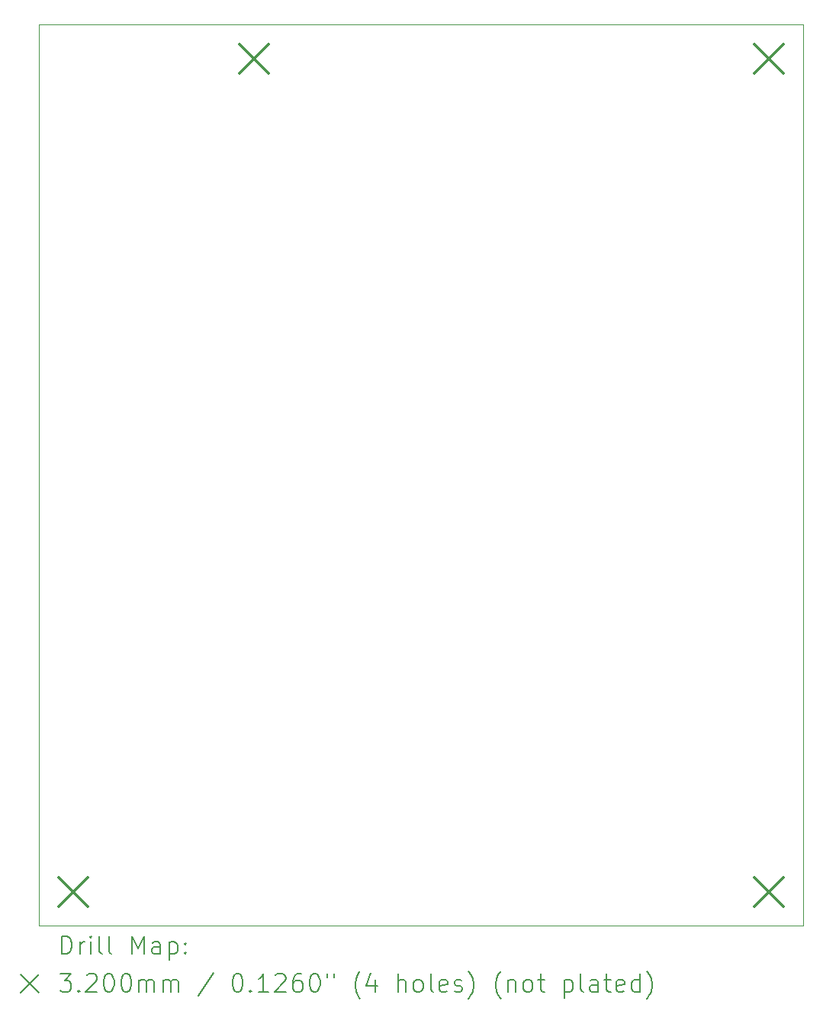
<source format=gbr>
%TF.GenerationSoftware,KiCad,Pcbnew,6.0.11+dfsg-1*%
%TF.CreationDate,2025-03-20T10:50:33-04:00*%
%TF.ProjectId,battery-board,62617474-6572-4792-9d62-6f6172642e6b,rev?*%
%TF.SameCoordinates,Original*%
%TF.FileFunction,Drillmap*%
%TF.FilePolarity,Positive*%
%FSLAX45Y45*%
G04 Gerber Fmt 4.5, Leading zero omitted, Abs format (unit mm)*
G04 Created by KiCad (PCBNEW 6.0.11+dfsg-1) date 2025-03-20 10:50:33*
%MOMM*%
%LPD*%
G01*
G04 APERTURE LIST*
%ADD10C,0.100000*%
%ADD11C,0.200000*%
%ADD12C,0.320000*%
G04 APERTURE END LIST*
D10*
X4090400Y-5130800D02*
X12573000Y-5130800D01*
X12573000Y-5130800D02*
X12573000Y-15130800D01*
X12573000Y-15130800D02*
X4090400Y-15130800D01*
X4090400Y-15130800D02*
X4090400Y-5130800D01*
D11*
D12*
X4310400Y-14597400D02*
X4630400Y-14917400D01*
X4630400Y-14597400D02*
X4310400Y-14917400D01*
X6317000Y-5351800D02*
X6637000Y-5671800D01*
X6637000Y-5351800D02*
X6317000Y-5671800D01*
X12032000Y-5351800D02*
X12352000Y-5671800D01*
X12352000Y-5351800D02*
X12032000Y-5671800D01*
X12032000Y-14597400D02*
X12352000Y-14917400D01*
X12352000Y-14597400D02*
X12032000Y-14917400D01*
D11*
X4343019Y-15446276D02*
X4343019Y-15246276D01*
X4390638Y-15246276D01*
X4419210Y-15255800D01*
X4438257Y-15274848D01*
X4447781Y-15293895D01*
X4457305Y-15331990D01*
X4457305Y-15360562D01*
X4447781Y-15398657D01*
X4438257Y-15417705D01*
X4419210Y-15436752D01*
X4390638Y-15446276D01*
X4343019Y-15446276D01*
X4543019Y-15446276D02*
X4543019Y-15312943D01*
X4543019Y-15351038D02*
X4552543Y-15331990D01*
X4562067Y-15322467D01*
X4581114Y-15312943D01*
X4600162Y-15312943D01*
X4666829Y-15446276D02*
X4666829Y-15312943D01*
X4666829Y-15246276D02*
X4657305Y-15255800D01*
X4666829Y-15265324D01*
X4676352Y-15255800D01*
X4666829Y-15246276D01*
X4666829Y-15265324D01*
X4790638Y-15446276D02*
X4771590Y-15436752D01*
X4762067Y-15417705D01*
X4762067Y-15246276D01*
X4895400Y-15446276D02*
X4876352Y-15436752D01*
X4866829Y-15417705D01*
X4866829Y-15246276D01*
X5123971Y-15446276D02*
X5123971Y-15246276D01*
X5190638Y-15389133D01*
X5257305Y-15246276D01*
X5257305Y-15446276D01*
X5438257Y-15446276D02*
X5438257Y-15341514D01*
X5428733Y-15322467D01*
X5409686Y-15312943D01*
X5371590Y-15312943D01*
X5352543Y-15322467D01*
X5438257Y-15436752D02*
X5419210Y-15446276D01*
X5371590Y-15446276D01*
X5352543Y-15436752D01*
X5343019Y-15417705D01*
X5343019Y-15398657D01*
X5352543Y-15379609D01*
X5371590Y-15370086D01*
X5419210Y-15370086D01*
X5438257Y-15360562D01*
X5533495Y-15312943D02*
X5533495Y-15512943D01*
X5533495Y-15322467D02*
X5552543Y-15312943D01*
X5590638Y-15312943D01*
X5609686Y-15322467D01*
X5619209Y-15331990D01*
X5628733Y-15351038D01*
X5628733Y-15408181D01*
X5619209Y-15427228D01*
X5609686Y-15436752D01*
X5590638Y-15446276D01*
X5552543Y-15446276D01*
X5533495Y-15436752D01*
X5714448Y-15427228D02*
X5723971Y-15436752D01*
X5714448Y-15446276D01*
X5704924Y-15436752D01*
X5714448Y-15427228D01*
X5714448Y-15446276D01*
X5714448Y-15322467D02*
X5723971Y-15331990D01*
X5714448Y-15341514D01*
X5704924Y-15331990D01*
X5714448Y-15322467D01*
X5714448Y-15341514D01*
X3885400Y-15675800D02*
X4085400Y-15875800D01*
X4085400Y-15675800D02*
X3885400Y-15875800D01*
X4323971Y-15666276D02*
X4447781Y-15666276D01*
X4381114Y-15742467D01*
X4409686Y-15742467D01*
X4428733Y-15751990D01*
X4438257Y-15761514D01*
X4447781Y-15780562D01*
X4447781Y-15828181D01*
X4438257Y-15847228D01*
X4428733Y-15856752D01*
X4409686Y-15866276D01*
X4352543Y-15866276D01*
X4333495Y-15856752D01*
X4323971Y-15847228D01*
X4533495Y-15847228D02*
X4543019Y-15856752D01*
X4533495Y-15866276D01*
X4523971Y-15856752D01*
X4533495Y-15847228D01*
X4533495Y-15866276D01*
X4619210Y-15685324D02*
X4628733Y-15675800D01*
X4647781Y-15666276D01*
X4695400Y-15666276D01*
X4714448Y-15675800D01*
X4723971Y-15685324D01*
X4733495Y-15704371D01*
X4733495Y-15723419D01*
X4723971Y-15751990D01*
X4609686Y-15866276D01*
X4733495Y-15866276D01*
X4857305Y-15666276D02*
X4876352Y-15666276D01*
X4895400Y-15675800D01*
X4904924Y-15685324D01*
X4914448Y-15704371D01*
X4923971Y-15742467D01*
X4923971Y-15790086D01*
X4914448Y-15828181D01*
X4904924Y-15847228D01*
X4895400Y-15856752D01*
X4876352Y-15866276D01*
X4857305Y-15866276D01*
X4838257Y-15856752D01*
X4828733Y-15847228D01*
X4819210Y-15828181D01*
X4809686Y-15790086D01*
X4809686Y-15742467D01*
X4819210Y-15704371D01*
X4828733Y-15685324D01*
X4838257Y-15675800D01*
X4857305Y-15666276D01*
X5047781Y-15666276D02*
X5066829Y-15666276D01*
X5085876Y-15675800D01*
X5095400Y-15685324D01*
X5104924Y-15704371D01*
X5114448Y-15742467D01*
X5114448Y-15790086D01*
X5104924Y-15828181D01*
X5095400Y-15847228D01*
X5085876Y-15856752D01*
X5066829Y-15866276D01*
X5047781Y-15866276D01*
X5028733Y-15856752D01*
X5019210Y-15847228D01*
X5009686Y-15828181D01*
X5000162Y-15790086D01*
X5000162Y-15742467D01*
X5009686Y-15704371D01*
X5019210Y-15685324D01*
X5028733Y-15675800D01*
X5047781Y-15666276D01*
X5200162Y-15866276D02*
X5200162Y-15732943D01*
X5200162Y-15751990D02*
X5209686Y-15742467D01*
X5228733Y-15732943D01*
X5257305Y-15732943D01*
X5276352Y-15742467D01*
X5285876Y-15761514D01*
X5285876Y-15866276D01*
X5285876Y-15761514D02*
X5295400Y-15742467D01*
X5314448Y-15732943D01*
X5343019Y-15732943D01*
X5362067Y-15742467D01*
X5371590Y-15761514D01*
X5371590Y-15866276D01*
X5466829Y-15866276D02*
X5466829Y-15732943D01*
X5466829Y-15751990D02*
X5476352Y-15742467D01*
X5495400Y-15732943D01*
X5523971Y-15732943D01*
X5543019Y-15742467D01*
X5552543Y-15761514D01*
X5552543Y-15866276D01*
X5552543Y-15761514D02*
X5562067Y-15742467D01*
X5581114Y-15732943D01*
X5609686Y-15732943D01*
X5628733Y-15742467D01*
X5638257Y-15761514D01*
X5638257Y-15866276D01*
X6028733Y-15656752D02*
X5857305Y-15913895D01*
X6285876Y-15666276D02*
X6304924Y-15666276D01*
X6323971Y-15675800D01*
X6333495Y-15685324D01*
X6343019Y-15704371D01*
X6352543Y-15742467D01*
X6352543Y-15790086D01*
X6343019Y-15828181D01*
X6333495Y-15847228D01*
X6323971Y-15856752D01*
X6304924Y-15866276D01*
X6285876Y-15866276D01*
X6266828Y-15856752D01*
X6257305Y-15847228D01*
X6247781Y-15828181D01*
X6238257Y-15790086D01*
X6238257Y-15742467D01*
X6247781Y-15704371D01*
X6257305Y-15685324D01*
X6266828Y-15675800D01*
X6285876Y-15666276D01*
X6438257Y-15847228D02*
X6447781Y-15856752D01*
X6438257Y-15866276D01*
X6428733Y-15856752D01*
X6438257Y-15847228D01*
X6438257Y-15866276D01*
X6638257Y-15866276D02*
X6523971Y-15866276D01*
X6581114Y-15866276D02*
X6581114Y-15666276D01*
X6562067Y-15694848D01*
X6543019Y-15713895D01*
X6523971Y-15723419D01*
X6714448Y-15685324D02*
X6723971Y-15675800D01*
X6743019Y-15666276D01*
X6790638Y-15666276D01*
X6809686Y-15675800D01*
X6819209Y-15685324D01*
X6828733Y-15704371D01*
X6828733Y-15723419D01*
X6819209Y-15751990D01*
X6704924Y-15866276D01*
X6828733Y-15866276D01*
X7000162Y-15666276D02*
X6962067Y-15666276D01*
X6943019Y-15675800D01*
X6933495Y-15685324D01*
X6914448Y-15713895D01*
X6904924Y-15751990D01*
X6904924Y-15828181D01*
X6914448Y-15847228D01*
X6923971Y-15856752D01*
X6943019Y-15866276D01*
X6981114Y-15866276D01*
X7000162Y-15856752D01*
X7009686Y-15847228D01*
X7019209Y-15828181D01*
X7019209Y-15780562D01*
X7009686Y-15761514D01*
X7000162Y-15751990D01*
X6981114Y-15742467D01*
X6943019Y-15742467D01*
X6923971Y-15751990D01*
X6914448Y-15761514D01*
X6904924Y-15780562D01*
X7143019Y-15666276D02*
X7162067Y-15666276D01*
X7181114Y-15675800D01*
X7190638Y-15685324D01*
X7200162Y-15704371D01*
X7209686Y-15742467D01*
X7209686Y-15790086D01*
X7200162Y-15828181D01*
X7190638Y-15847228D01*
X7181114Y-15856752D01*
X7162067Y-15866276D01*
X7143019Y-15866276D01*
X7123971Y-15856752D01*
X7114448Y-15847228D01*
X7104924Y-15828181D01*
X7095400Y-15790086D01*
X7095400Y-15742467D01*
X7104924Y-15704371D01*
X7114448Y-15685324D01*
X7123971Y-15675800D01*
X7143019Y-15666276D01*
X7285876Y-15666276D02*
X7285876Y-15704371D01*
X7362067Y-15666276D02*
X7362067Y-15704371D01*
X7657305Y-15942467D02*
X7647781Y-15932943D01*
X7628733Y-15904371D01*
X7619209Y-15885324D01*
X7609686Y-15856752D01*
X7600162Y-15809133D01*
X7600162Y-15771038D01*
X7609686Y-15723419D01*
X7619209Y-15694848D01*
X7628733Y-15675800D01*
X7647781Y-15647228D01*
X7657305Y-15637705D01*
X7819209Y-15732943D02*
X7819209Y-15866276D01*
X7771590Y-15656752D02*
X7723971Y-15799609D01*
X7847781Y-15799609D01*
X8076352Y-15866276D02*
X8076352Y-15666276D01*
X8162067Y-15866276D02*
X8162067Y-15761514D01*
X8152543Y-15742467D01*
X8133495Y-15732943D01*
X8104924Y-15732943D01*
X8085876Y-15742467D01*
X8076352Y-15751990D01*
X8285876Y-15866276D02*
X8266828Y-15856752D01*
X8257305Y-15847228D01*
X8247781Y-15828181D01*
X8247781Y-15771038D01*
X8257305Y-15751990D01*
X8266828Y-15742467D01*
X8285876Y-15732943D01*
X8314448Y-15732943D01*
X8333495Y-15742467D01*
X8343019Y-15751990D01*
X8352543Y-15771038D01*
X8352543Y-15828181D01*
X8343019Y-15847228D01*
X8333495Y-15856752D01*
X8314448Y-15866276D01*
X8285876Y-15866276D01*
X8466829Y-15866276D02*
X8447781Y-15856752D01*
X8438257Y-15837705D01*
X8438257Y-15666276D01*
X8619210Y-15856752D02*
X8600162Y-15866276D01*
X8562067Y-15866276D01*
X8543019Y-15856752D01*
X8533495Y-15837705D01*
X8533495Y-15761514D01*
X8543019Y-15742467D01*
X8562067Y-15732943D01*
X8600162Y-15732943D01*
X8619210Y-15742467D01*
X8628733Y-15761514D01*
X8628733Y-15780562D01*
X8533495Y-15799609D01*
X8704924Y-15856752D02*
X8723971Y-15866276D01*
X8762067Y-15866276D01*
X8781114Y-15856752D01*
X8790638Y-15837705D01*
X8790638Y-15828181D01*
X8781114Y-15809133D01*
X8762067Y-15799609D01*
X8733495Y-15799609D01*
X8714448Y-15790086D01*
X8704924Y-15771038D01*
X8704924Y-15761514D01*
X8714448Y-15742467D01*
X8733495Y-15732943D01*
X8762067Y-15732943D01*
X8781114Y-15742467D01*
X8857305Y-15942467D02*
X8866829Y-15932943D01*
X8885876Y-15904371D01*
X8895400Y-15885324D01*
X8904924Y-15856752D01*
X8914448Y-15809133D01*
X8914448Y-15771038D01*
X8904924Y-15723419D01*
X8895400Y-15694848D01*
X8885876Y-15675800D01*
X8866829Y-15647228D01*
X8857305Y-15637705D01*
X9219210Y-15942467D02*
X9209686Y-15932943D01*
X9190638Y-15904371D01*
X9181114Y-15885324D01*
X9171590Y-15856752D01*
X9162067Y-15809133D01*
X9162067Y-15771038D01*
X9171590Y-15723419D01*
X9181114Y-15694848D01*
X9190638Y-15675800D01*
X9209686Y-15647228D01*
X9219210Y-15637705D01*
X9295400Y-15732943D02*
X9295400Y-15866276D01*
X9295400Y-15751990D02*
X9304924Y-15742467D01*
X9323971Y-15732943D01*
X9352543Y-15732943D01*
X9371590Y-15742467D01*
X9381114Y-15761514D01*
X9381114Y-15866276D01*
X9504924Y-15866276D02*
X9485876Y-15856752D01*
X9476352Y-15847228D01*
X9466829Y-15828181D01*
X9466829Y-15771038D01*
X9476352Y-15751990D01*
X9485876Y-15742467D01*
X9504924Y-15732943D01*
X9533495Y-15732943D01*
X9552543Y-15742467D01*
X9562067Y-15751990D01*
X9571590Y-15771038D01*
X9571590Y-15828181D01*
X9562067Y-15847228D01*
X9552543Y-15856752D01*
X9533495Y-15866276D01*
X9504924Y-15866276D01*
X9628733Y-15732943D02*
X9704924Y-15732943D01*
X9657305Y-15666276D02*
X9657305Y-15837705D01*
X9666829Y-15856752D01*
X9685876Y-15866276D01*
X9704924Y-15866276D01*
X9923971Y-15732943D02*
X9923971Y-15932943D01*
X9923971Y-15742467D02*
X9943019Y-15732943D01*
X9981114Y-15732943D01*
X10000162Y-15742467D01*
X10009686Y-15751990D01*
X10019210Y-15771038D01*
X10019210Y-15828181D01*
X10009686Y-15847228D01*
X10000162Y-15856752D01*
X9981114Y-15866276D01*
X9943019Y-15866276D01*
X9923971Y-15856752D01*
X10133495Y-15866276D02*
X10114448Y-15856752D01*
X10104924Y-15837705D01*
X10104924Y-15666276D01*
X10295400Y-15866276D02*
X10295400Y-15761514D01*
X10285876Y-15742467D01*
X10266829Y-15732943D01*
X10228733Y-15732943D01*
X10209686Y-15742467D01*
X10295400Y-15856752D02*
X10276352Y-15866276D01*
X10228733Y-15866276D01*
X10209686Y-15856752D01*
X10200162Y-15837705D01*
X10200162Y-15818657D01*
X10209686Y-15799609D01*
X10228733Y-15790086D01*
X10276352Y-15790086D01*
X10295400Y-15780562D01*
X10362067Y-15732943D02*
X10438257Y-15732943D01*
X10390638Y-15666276D02*
X10390638Y-15837705D01*
X10400162Y-15856752D01*
X10419210Y-15866276D01*
X10438257Y-15866276D01*
X10581114Y-15856752D02*
X10562067Y-15866276D01*
X10523971Y-15866276D01*
X10504924Y-15856752D01*
X10495400Y-15837705D01*
X10495400Y-15761514D01*
X10504924Y-15742467D01*
X10523971Y-15732943D01*
X10562067Y-15732943D01*
X10581114Y-15742467D01*
X10590638Y-15761514D01*
X10590638Y-15780562D01*
X10495400Y-15799609D01*
X10762067Y-15866276D02*
X10762067Y-15666276D01*
X10762067Y-15856752D02*
X10743019Y-15866276D01*
X10704924Y-15866276D01*
X10685876Y-15856752D01*
X10676352Y-15847228D01*
X10666829Y-15828181D01*
X10666829Y-15771038D01*
X10676352Y-15751990D01*
X10685876Y-15742467D01*
X10704924Y-15732943D01*
X10743019Y-15732943D01*
X10762067Y-15742467D01*
X10838257Y-15942467D02*
X10847781Y-15932943D01*
X10866829Y-15904371D01*
X10876352Y-15885324D01*
X10885876Y-15856752D01*
X10895400Y-15809133D01*
X10895400Y-15771038D01*
X10885876Y-15723419D01*
X10876352Y-15694848D01*
X10866829Y-15675800D01*
X10847781Y-15647228D01*
X10838257Y-15637705D01*
M02*

</source>
